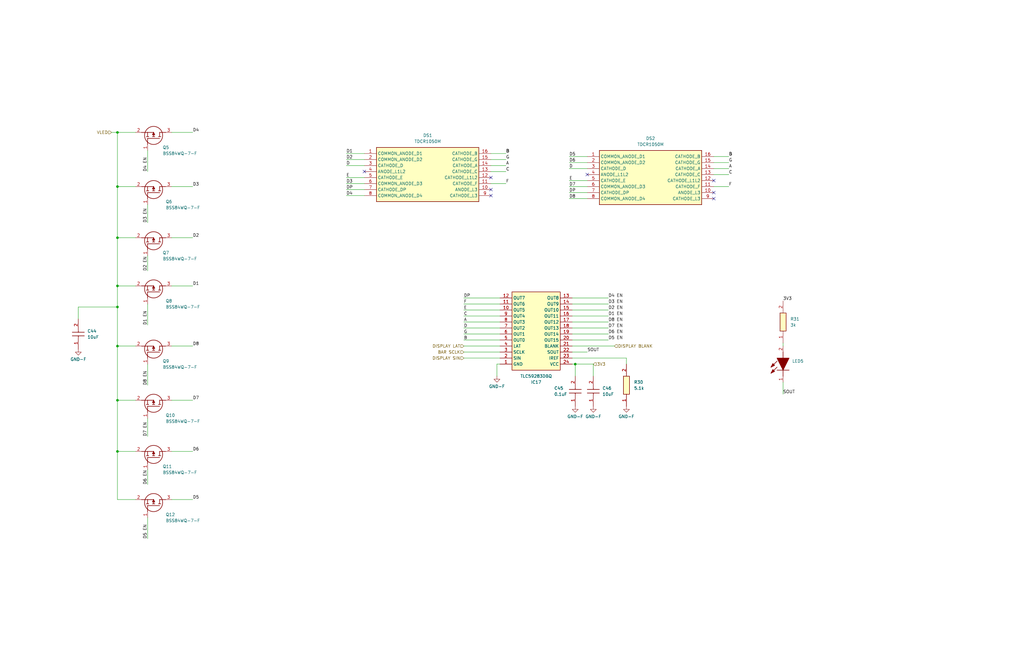
<source format=kicad_sch>
(kicad_sch (version 20231120) (generator "eeschema") (generator_version "8.0")
  (paper "B")
  (title_block (title "Audio System") (date "2025-02-06") (rev "P1") (company "Wolfe Engineering"))
  (lib_symbols
    (symbol "Audio System:150060SS75000" (pin_names hide)
      (property "Reference" "LED" (at 12.7 8.89 0))
      (property "Value" "150060SS75000" (at 12.7 6.35 0))
      (symbol "150060SS75000_1_1"
        (polyline (pts (xy 2.54 0) (xy 5.08 0)) (stroke (width 0.254)))
        (polyline (pts (xy 5.08 2.54) (xy 5.08 -2.54)) (stroke (width 0.254)))
        (polyline (pts (xy 6.35 2.54) (xy 3.81 5.08)) (stroke (width 0.254)))
        (polyline (pts (xy 8.89 2.54) (xy 6.35 5.08)) (stroke (width 0.254)))
        (polyline (pts (xy 10.16 0) (xy 12.7 0)) (stroke (width 0.254)))
        (polyline (pts (xy 5.08 0) (xy 10.16 2.54) (xy 10.16 -2.54) (xy 5.08 0)) (stroke (width 0.254)) (fill (type outline)))
        (polyline (pts (xy 5.334 4.318) (xy 4.572 3.556) (xy 3.81 5.08) (xy 5.334 4.318)) (stroke (width 0.254)) (fill (type outline)))
        (polyline (pts (xy 7.874 4.318) (xy 7.112 3.556) (xy 6.35 5.08) (xy 7.874 4.318)) (stroke (width 0.254)) (fill (type outline)))
        (pin passive line (at 0 0 0) (length 2.54) (name "K") (number "1"))
        (pin passive line (at 15.24 0 180) (length 2.54) (name "A") (number "2"))
      )
    )
    (symbol "Audio System:BSS84WQ-7-F" (pin_names hide)
      (property "Reference" "Q" (at 11.43 3.81 0))
      (property "Value" "BSS84WQ-7-F" (at 11.43 1.27 0))
      (symbol "BSS84WQ-7-F_1_1"
        (polyline (pts (xy 2.54 0) (xy 5.08 0)) (stroke (width 0.254)))
        (polyline (pts (xy 5.08 5.08) (xy 5.08 0)) (stroke (width 0.254)))
        (polyline (pts (xy 5.842 -0.508) (xy 5.842 0.508)) (stroke (width 0.254)))
        (polyline (pts (xy 5.842 0) (xy 7.62 0)) (stroke (width 0.254)))
        (polyline (pts (xy 5.842 2.032) (xy 5.842 3.048)) (stroke (width 0.254)))
        (polyline (pts (xy 5.842 5.588) (xy 5.842 4.572)) (stroke (width 0.254)))
        (polyline (pts (xy 7.62 2.54) (xy 5.842 2.54)) (stroke (width 0.254)))
        (polyline (pts (xy 7.62 2.54) (xy 7.62 -2.54)) (stroke (width 0.254)))
        (polyline (pts (xy 7.62 5.08) (xy 5.842 5.08)) (stroke (width 0.254)))
        (polyline (pts (xy 7.62 5.08) (xy 7.62 7.62)) (stroke (width 0.254)))
        (polyline (pts (xy 7.62 2.54) (xy 6.604 3.048) (xy 6.604 2.032) (xy 7.62 2.54)) (stroke (width 0.254)) (fill (type outline)))
        (circle (center 6.35 2.54) (radius 3.81) (stroke (width 0.254)))
        (pin passive line (at 0 0 0) (length 2.54) (name "G") (number "1"))
        (pin passive line (at 7.62 -5.08 90) (length 2.54) (name "S") (number "2"))
        (pin passive line (at 7.62 10.16 270) (length 2.54) (name "D") (number "3"))
      )
    )
    (symbol "Audio System:CC0603KRX7R7BB104" (pin_names hide)
      (property "Reference" "C" (at 8.89 6.35 0))
      (property "Value" "CC0603KRX7R7BB104" (at 8.89 3.81 0))
      (symbol "CC0603KRX7R7BB104_1_1"
        (polyline (pts (xy 5.08 0) (xy 5.588 0)) (stroke (width 0.254)))
        (polyline (pts (xy 5.588 2.54) (xy 5.588 -2.54)) (stroke (width 0.254)))
        (polyline (pts (xy 7.112 0) (xy 7.62 0)) (stroke (width 0.254)))
        (polyline (pts (xy 7.112 2.54) (xy 7.112 -2.54)) (stroke (width 0.254)))
        (pin passive line (at 0 0 0) (length 5.08) (name "1") (number "1"))
        (pin passive line (at 12.7 0 180) (length 5.08) (name "2") (number "2"))
      )
    )
    (symbol "Audio System:GRM21BR61C106KE15K" (pin_names hide)
      (property "Reference" "C" (at 8.89 6.35 0))
      (property "Value" "GRM21BR61C106KE15K" (at 8.89 3.81 0))
      (symbol "GRM21BR61C106KE15K_1_1"
        (polyline (pts (xy 5.08 0) (xy 5.588 0)) (stroke (width 0.254)))
        (polyline (pts (xy 5.588 2.54) (xy 5.588 -2.54)) (stroke (width 0.254)))
        (polyline (pts (xy 7.112 0) (xy 7.62 0)) (stroke (width 0.254)))
        (polyline (pts (xy 7.112 2.54) (xy 7.112 -2.54)) (stroke (width 0.254)))
        (pin passive line (at 0 0 0) (length 5.08) (name "1") (number "1"))
        (pin passive line (at 12.7 0 180) (length 5.08) (name "2") (number "2"))
      )
    )
    (symbol "Audio System:RC0603FR-073KL" (pin_names hide)
      (property "Reference" "R" (at 13.97 6.35 0))
      (property "Value" "RC0603FR-073KL" (at 13.97 3.81 0))
      (symbol "RC0603FR-073KL_1_1"
        (rectangle (start 5.08 1.27) (end 12.7 -1.27) (stroke (width 0.254)) (fill (type background)))
        (pin passive line (at 0 0 0) (length 5.08) (name "1") (number "1"))
        (pin passive line (at 17.78 0 180) (length 5.08) (name "2") (number "2"))
      )
    )
    (symbol "Audio System:RC0603FR-075K1L" (pin_names hide)
      (property "Reference" "R" (at 13.97 6.35 0))
      (property "Value" "RC0603FR-075K1L" (at 13.97 3.81 0))
      (symbol "RC0603FR-075K1L_1_1"
        (rectangle (start 5.08 1.27) (end 12.7 -1.27) (stroke (width 0.254)) (fill (type background)))
        (pin passive line (at 0 0 0) (length 5.08) (name "1") (number "1"))
        (pin passive line (at 17.78 0 180) (length 5.08) (name "2") (number "2"))
      )
    )
    (symbol "Audio System:TDCR1050M"
      (property "Reference" "DS" (at 49.53 7.62 0))
      (property "Value" "TDCR1050M" (at 49.53 5.08 0))
      (symbol "TDCR1050M_1_1"
        (rectangle (start 5.08 2.54) (end 48.26 -20.32) (stroke (width 0.254)) (fill (type background)))
        (pin passive line (at 0 0 0) (length 5.08) (name "COMMON_ANODE_D1") (number "1"))
        (pin passive line (at 53.34 -15.24 180) (length 5.08) (name "ANODE_L3") (number "10"))
        (pin passive line (at 53.34 -12.7 180) (length 5.08) (name "CATHODE_F") (number "11"))
        (pin passive line (at 53.34 -10.16 180) (length 5.08) (name "CATHODE_L1L2") (number "12"))
        (pin passive line (at 53.34 -7.62 180) (length 5.08) (name "CATHODE_C") (number "13"))
        (pin passive line (at 53.34 -5.08 180) (length 5.08) (name "CATHODE_A") (number "14"))
        (pin passive line (at 53.34 -2.54 180) (length 5.08) (name "CATHODE_G") (number "15"))
        (pin passive line (at 53.34 0 180) (length 5.08) (name "CATHODE_B") (number "16"))
        (pin passive line (at 0 -2.54 0) (length 5.08) (name "COMMON_ANODE_D2") (number "2"))
        (pin passive line (at 0 -5.08 0) (length 5.08) (name "CATHODE_D") (number "3"))
        (pin passive line (at 0 -7.62 0) (length 5.08) (name "ANODE_L1L2") (number "4"))
        (pin passive line (at 0 -10.16 0) (length 5.08) (name "CATHODE_E") (number "5"))
        (pin passive line (at 0 -12.7 0) (length 5.08) (name "COMMON_ANODE_D3") (number "6"))
        (pin passive line (at 0 -15.24 0) (length 5.08) (name "CATHODE_DP") (number "7"))
        (pin passive line (at 0 -17.78 0) (length 5.08) (name "COMMON_ANODE_D4") (number "8"))
        (pin passive line (at 53.34 -17.78 180) (length 5.08) (name "CATHODE_L3") (number "9"))
      )
    )
    (symbol "Audio System:TLC59283DBQ"
      (property "Reference" "IC" (at 26.67 7.62 0))
      (property "Value" "TLC59283DBQ" (at 26.67 5.08 0))
      (symbol "TLC59283DBQ_1_1"
        (rectangle (start 5.08 2.54) (end 25.4 -30.48) (stroke (width 0.254)) (fill (type background)))
        (pin passive line (at 0 0 0) (length 5.08) (name "GND") (number "1"))
        (pin passive line (at 0 -22.86 0) (length 5.08) (name "OUT5") (number "10"))
        (pin passive line (at 0 -25.4 0) (length 5.08) (name "OUT6") (number "11"))
        (pin passive line (at 0 -27.94 0) (length 5.08) (name "OUT7") (number "12"))
        (pin passive line (at 30.48 -27.94 180) (length 5.08) (name "OUT8") (number "13"))
        (pin passive line (at 30.48 -25.4 180) (length 5.08) (name "OUT9") (number "14"))
        (pin passive line (at 30.48 -22.86 180) (length 5.08) (name "OUT10") (number "15"))
        (pin passive line (at 30.48 -20.32 180) (length 5.08) (name "OUT11") (number "16"))
        (pin passive line (at 30.48 -17.78 180) (length 5.08) (name "OUT12") (number "17"))
        (pin passive line (at 30.48 -15.24 180) (length 5.08) (name "OUT13") (number "18"))
        (pin passive line (at 30.48 -12.7 180) (length 5.08) (name "OUT14") (number "19"))
        (pin passive line (at 0 -2.54 0) (length 5.08) (name "SIN") (number "2"))
        (pin passive line (at 30.48 -10.16 180) (length 5.08) (name "OUT15") (number "20"))
        (pin passive line (at 30.48 -7.62 180) (length 5.08) (name "BLANK") (number "21"))
        (pin passive line (at 30.48 -5.08 180) (length 5.08) (name "SOUT") (number "22"))
        (pin passive line (at 30.48 -2.54 180) (length 5.08) (name "IREF") (number "23"))
        (pin passive line (at 30.48 0 180) (length 5.08) (name "VCC") (number "24"))
        (pin passive line (at 0 -5.08 0) (length 5.08) (name "SCLK") (number "3"))
        (pin passive line (at 0 -7.62 0) (length 5.08) (name "LAT") (number "4"))
        (pin passive line (at 0 -10.16 0) (length 5.08) (name "OUT0") (number "5"))
        (pin passive line (at 0 -12.7 0) (length 5.08) (name "OUT1") (number "6"))
        (pin passive line (at 0 -15.24 0) (length 5.08) (name "OUT2") (number "7"))
        (pin passive line (at 0 -17.78 0) (length 5.08) (name "OUT3") (number "8"))
        (pin passive line (at 0 -20.32 0) (length 5.08) (name "OUT4") (number "9"))
      )
    )
    (symbol "GND_2" (power) (pin_names (offset 0))
      (property "Value" "GND" (at 0 -3.81 0))
      (symbol "GND_2_0_1"
        (polyline (pts (xy 0 0) (xy 0 -1.27) (xy 1.27 -1.27) (xy 0 -2.54) (xy -1.27 -1.27) (xy 0 -1.27)))
      )
      (symbol "GND_2_1_1"
        (pin power_in line (at 0 0 270) (length 0) hide (name "GND") (number "1"))
      )
    )
  )
  (junction (at 49.53 55.88))
  (junction (at 242.57 153.67))
  (junction (at 49.53 78.74))
  (junction (at 49.53 129.54))
  (junction (at 49.53 168.91))
  (junction (at 49.53 120.65))
  (junction (at 49.53 146.05))
  (junction (at 49.53 100.33))
  (junction (at 49.53 190.5))
  (no_connect (at 300.99 76.2))
  (no_connect (at 247.65 73.66))
  (no_connect (at 207.01 80.01))
  (no_connect (at 300.99 83.82))
  (no_connect (at 153.67 72.39))
  (no_connect (at 207.01 82.55))
  (no_connect (at 300.99 81.28))
  (no_connect (at 207.01 74.93))
  (wire (pts (xy 207.01 64.77) (xy 213.36 64.77)))
  (wire (pts (xy 241.3 133.35) (xy 256.54 133.35)))
  (wire (pts (xy 146.05 77.47) (xy 153.67 77.47)))
  (wire (pts (xy 241.3 148.59) (xy 247.65 148.59)))
  (wire (pts (xy 195.58 135.89) (xy 210.82 135.89)))
  (wire (pts (xy 242.57 153.67) (xy 242.57 158.75)))
  (wire (pts (xy 146.05 64.77) (xy 153.67 64.77)))
  (wire (pts (xy 241.3 130.81) (xy 256.54 130.81)))
  (wire (pts (xy 33.02 129.54) (xy 49.53 129.54)))
  (wire (pts (xy 146.05 74.93) (xy 153.67 74.93)))
  (wire (pts (xy 300.99 68.58) (xy 307.34 68.58)))
  (wire (pts (xy 300.99 66.04) (xy 307.34 66.04)))
  (wire (pts (xy 195.58 151.13) (xy 210.82 151.13)))
  (wire (pts (xy 207.01 72.39) (xy 213.36 72.39)))
  (wire (pts (xy 72.39 78.74) (xy 81.28 78.74)))
  (wire (pts (xy 264.16 151.13) (xy 264.16 153.67)))
  (wire (pts (xy 330.2 161.29) (xy 330.2 166.37)))
  (wire (pts (xy 62.23 137.16) (xy 62.23 128.27)))
  (wire (pts (xy 62.23 184.15) (xy 62.23 176.53)))
  (wire (pts (xy 72.39 120.65) (xy 81.28 120.65)))
  (wire (pts (xy 49.53 100.33) (xy 49.53 120.65)))
  (wire (pts (xy 241.3 151.13) (xy 264.16 151.13)))
  (wire (pts (xy 241.3 153.67) (xy 242.57 153.67)))
  (wire (pts (xy 49.53 168.91) (xy 49.53 190.5)))
  (wire (pts (xy 209.55 153.67) (xy 209.55 158.75)))
  (wire (pts (xy 49.53 100.33) (xy 57.15 100.33)))
  (wire (pts (xy 49.53 168.91) (xy 57.15 168.91)))
  (wire (pts (xy 240.03 68.58) (xy 247.65 68.58)))
  (wire (pts (xy 241.3 138.43) (xy 256.54 138.43)))
  (wire (pts (xy 49.53 190.5) (xy 57.15 190.5)))
  (wire (pts (xy 300.99 73.66) (xy 307.34 73.66)))
  (wire (pts (xy 195.58 133.35) (xy 210.82 133.35)))
  (wire (pts (xy 195.58 143.51) (xy 210.82 143.51)))
  (wire (pts (xy 207.01 77.47) (xy 213.36 77.47)))
  (wire (pts (xy 49.53 210.82) (xy 57.15 210.82)))
  (wire (pts (xy 72.39 100.33) (xy 81.28 100.33)))
  (wire (pts (xy 49.53 78.74) (xy 49.53 100.33)))
  (wire (pts (xy 49.53 78.74) (xy 57.15 78.74)))
  (wire (pts (xy 146.05 67.31) (xy 153.67 67.31)))
  (wire (pts (xy 241.3 135.89) (xy 256.54 135.89)))
  (wire (pts (xy 49.53 190.5) (xy 49.53 210.82)))
  (wire (pts (xy 241.3 125.73) (xy 256.54 125.73)))
  (wire (pts (xy 72.39 55.88) (xy 81.28 55.88)))
  (wire (pts (xy 240.03 76.2) (xy 247.65 76.2)))
  (wire (pts (xy 49.53 146.05) (xy 57.15 146.05)))
  (wire (pts (xy 241.3 143.51) (xy 256.54 143.51)))
  (wire (pts (xy 210.82 153.67) (xy 209.55 153.67)))
  (wire (pts (xy 72.39 168.91) (xy 81.28 168.91)))
  (wire (pts (xy 62.23 204.47) (xy 62.23 198.12)))
  (wire (pts (xy 207.01 67.31) (xy 213.36 67.31)))
  (wire (pts (xy 195.58 140.97) (xy 210.82 140.97)))
  (wire (pts (xy 195.58 148.59) (xy 210.82 148.59)))
  (wire (pts (xy 49.53 120.65) (xy 57.15 120.65)))
  (wire (pts (xy 146.05 82.55) (xy 153.67 82.55)))
  (wire (pts (xy 195.58 138.43) (xy 210.82 138.43)))
  (wire (pts (xy 241.3 128.27) (xy 256.54 128.27)))
  (wire (pts (xy 62.23 114.3) (xy 62.23 107.95)))
  (wire (pts (xy 72.39 190.5) (xy 81.28 190.5)))
  (wire (pts (xy 46.99 55.88) (xy 49.53 55.88)))
  (wire (pts (xy 195.58 130.81) (xy 210.82 130.81)))
  (wire (pts (xy 240.03 78.74) (xy 247.65 78.74)))
  (wire (pts (xy 62.23 93.98) (xy 62.23 86.36)))
  (wire (pts (xy 195.58 128.27) (xy 210.82 128.27)))
  (wire (pts (xy 300.99 71.12) (xy 307.34 71.12)))
  (wire (pts (xy 49.53 120.65) (xy 49.53 129.54)))
  (wire (pts (xy 250.19 158.75) (xy 250.19 153.67)))
  (wire (pts (xy 72.39 146.05) (xy 81.28 146.05)))
  (wire (pts (xy 62.23 162.56) (xy 62.23 153.67)))
  (wire (pts (xy 146.05 80.01) (xy 153.67 80.01)))
  (wire (pts (xy 62.23 227.33) (xy 62.23 218.44)))
  (wire (pts (xy 195.58 146.05) (xy 210.82 146.05)))
  (wire (pts (xy 330.2 144.78) (xy 330.2 146.05)))
  (wire (pts (xy 57.15 55.88) (xy 49.53 55.88)))
  (wire (pts (xy 241.3 146.05) (xy 259.08 146.05)))
  (wire (pts (xy 300.99 78.74) (xy 307.34 78.74)))
  (wire (pts (xy 49.53 55.88) (xy 49.53 78.74)))
  (wire (pts (xy 72.39 210.82) (xy 81.28 210.82)))
  (wire (pts (xy 33.02 134.62) (xy 33.02 129.54)))
  (wire (pts (xy 62.23 72.39) (xy 62.23 63.5)))
  (wire (pts (xy 195.58 125.73) (xy 210.82 125.73)))
  (wire (pts (xy 240.03 83.82) (xy 247.65 83.82)))
  (wire (pts (xy 241.3 140.97) (xy 256.54 140.97)))
  (wire (pts (xy 240.03 71.12) (xy 247.65 71.12)))
  (wire (pts (xy 240.03 66.04) (xy 247.65 66.04)))
  (wire (pts (xy 49.53 146.05) (xy 49.53 168.91)))
  (wire (pts (xy 207.01 69.85) (xy 213.36 69.85)))
  (wire (pts (xy 242.57 153.67) (xy 250.19 153.67)))
  (wire (pts (xy 146.05 69.85) (xy 153.67 69.85)))
  (wire (pts (xy 240.03 81.28) (xy 247.65 81.28)))
  (wire (pts (xy 49.53 129.54) (xy 49.53 146.05)))
  (label "A" (at 307.34 71.12 0))
  (label "D3 EN" (at 256.54 128.27 0))
  (label "D2 EN" (at 62.23 114.3 90))
  (label "G" (at 195.58 140.97 0))
  (label "D5 EN" (at 62.23 227.33 90))
  (label "C" (at 213.36 72.39 0))
  (label "E" (at 195.58 130.81 0))
  (label "A" (at 195.58 135.89 0))
  (label "D8" (at 81.28 146.05 0))
  (label "F" (at 213.36 77.47 0))
  (label "D4" (at 146.05 82.55 0))
  (label "E" (at 240.03 76.2 0))
  (label "D3" (at 81.28 78.74 0))
  (label "D5 EN" (at 256.54 143.51 0))
  (label "D6" (at 240.03 68.58 0))
  (label "D5" (at 240.03 66.04 0))
  (label "D1" (at 146.05 64.77 0))
  (label "D1 EN" (at 256.54 133.35 0))
  (label "D" (at 146.05 69.85 0))
  (label "DP" (at 195.58 125.73 0))
  (label "D2 EN" (at 256.54 130.81 0))
  (label "D6 EN" (at 256.54 140.97 0))
  (label "D6" (at 81.28 190.5 0))
  (label "B" (at 213.36 64.77 0))
  (label "G" (at 307.34 68.58 0))
  (label "DP" (at 240.03 81.28 0))
  (label "D1" (at 81.28 120.65 0))
  (label "G" (at 213.36 67.31 0))
  (label "E" (at 146.05 74.93 0))
  (label "D6 EN" (at 62.23 204.47 90))
  (label "D4 EN" (at 62.23 72.39 90))
  (label "D8 EN" (at 62.23 162.56 90))
  (label "D8 EN" (at 256.54 135.89 0))
  (label "F" (at 195.58 128.27 0))
  (label "D5" (at 81.28 210.82 0))
  (label "D3 EN" (at 62.23 93.98 90))
  (label "DP" (at 146.05 80.01 0))
  (label "B" (at 195.58 143.51 0))
  (label "D7 EN" (at 256.54 138.43 0))
  (label "D4 EN" (at 256.54 125.73 0))
  (label "D2" (at 81.28 100.33 0))
  (label "C" (at 307.34 73.66 0))
  (label "D3" (at 146.05 77.47 0))
  (label "B" (at 307.34 66.04 0))
  (label "3V3" (at 330.2 127 0))
  (label "SOUT" (at 247.65 148.59 0))
  (label "C" (at 195.58 133.35 0))
  (label "B" (at 213.36 64.77 0))
  (label "D7" (at 240.03 78.74 0))
  (label "D" (at 240.03 71.12 0))
  (label "F" (at 307.34 78.74 0))
  (label "D" (at 195.58 138.43 0))
  (label "D8" (at 240.03 83.82 0))
  (label "D1 EN" (at 62.23 137.16 90))
  (label "D7" (at 81.28 168.91 0))
  (label "B" (at 307.34 66.04 0))
  (label "D2" (at 146.05 67.31 0))
  (label "SOUT" (at 330.2 166.37 0))
  (label "D4" (at 81.28 55.88 0))
  (label "D7 EN" (at 62.23 184.15 90))
  (label "A" (at 213.36 69.85 0))
  (hierarchical_label "BAR SCLK" (shape input) (at 195.58 148.59 180))
  (hierarchical_label "VLED" (shape input) (at 46.99 55.88 180))
  (hierarchical_label "3V3" (shape input) (at 250.19 153.67 0))
  (hierarchical_label "DISPLAY LAT" (shape input) (at 195.58 146.05 180))
  (hierarchical_label "DISPLAY SIN" (shape input) (at 195.58 151.13 180))
  (hierarchical_label "DISPLAY BLANK" (shape input) (at 259.08 146.05 0))
  (symbol (lib_id "Audio System:BSS84WQ-7-F") (at 62.23 128.27 270) (mirror x) (unit 1)
    (property "Reference" "Q8" (at 69.85 127 90) (effects (justify left)))
    (property "Value" "BSS84WQ-7-F" (at 69.85 129.54 90) (effects (justify left)))
    (property "Footprint" "1 Audio Amp:SOT65P210X110-3N" (effects (hide yes)))
    (property "Datasheet" "https://www.diodes.com//assets/Datasheets/BSS84WQ.pdf" (effects (hide yes)))
    (property "Height" "1.1" (effects (hide yes)))
    (property "Manufacturer_Name" "Diodes Incorporated" (effects (hide yes)))
    (property "Manufacturer_Part_Number" "BSS84WQ-7-F" (effects (hide yes)))
    (property "Mouser Part Number" "621-BSS84WQ-7-F" (effects (hide yes)))
    (property "Mouser Price/Stock" "https://www.mouser.co.uk/ProductDetail/Diodes-Incorporated/BSS84WQ-7-F?qs=wtVJq%252Be05r%252B5TZHG3xVH8w%3D%3D" (effects (hide yes)))
    (property "Arrow Part Number" "BSS84WQ-7-F" (effects (hide yes)))
    (property "Arrow Price/Stock" "https://www.arrow.com/en/products/bss84wq-7-f/diodes-incorporated?region=nac" (effects (hide yes)))
  )
  (symbol (lib_id "Audio System:BSS84WQ-7-F") (at 62.23 86.36 270) (mirror x) (unit 1)
    (property "Reference" "Q6" (at 69.85 85.09 90) (effects (justify left)))
    (property "Value" "BSS84WQ-7-F" (at 69.85 87.63 90) (effects (justify left)))
    (property "Footprint" "1 Audio Amp:SOT65P210X110-3N" (effects (hide yes)))
    (property "Datasheet" "https://www.diodes.com//assets/Datasheets/BSS84WQ.pdf" (effects (hide yes)))
    (property "Height" "1.1" (effects (hide yes)))
    (property "Manufacturer_Name" "Diodes Incorporated" (effects (hide yes)))
    (property "Manufacturer_Part_Number" "BSS84WQ-7-F" (effects (hide yes)))
    (property "Mouser Part Number" "621-BSS84WQ-7-F" (effects (hide yes)))
    (property "Mouser Price/Stock" "https://www.mouser.co.uk/ProductDetail/Diodes-Incorporated/BSS84WQ-7-F?qs=wtVJq%252Be05r%252B5TZHG3xVH8w%3D%3D" (effects (hide yes)))
    (property "Arrow Part Number" "BSS84WQ-7-F" (effects (hide yes)))
    (property "Arrow Price/Stock" "https://www.arrow.com/en/products/bss84wq-7-f/diodes-incorporated?region=nac" (effects (hide yes)))
  )
  (symbol (lib_id "Audio System:TLC59283DBQ") (at 210.82 153.67 0) (mirror x) (unit 1)
    (property "Reference" "IC17" (at 226.06 161.29 0))
    (property "Value" "TLC59283DBQ" (at 226.06 158.75 0))
    (property "Footprint" "1 Audio Amp:SOP64P600X175-24N" (effects (hide yes)))
    (property "Datasheet" "https://www.ti.com/lit/ds/symlink/tlc59283.pdf?ts=1630477922356&ref_url=https%253A%252F%252Fwww.google.com%252F" (effects (hide yes)))
    (property "Height" "1.75" (effects (hide yes)))
    (property "Manufacturer_Name" "Texas Instruments" (effects (hide yes)))
    (property "Manufacturer_Part_Number" "TLC59283DBQ" (effects (hide yes)))
    (property "Mouser Part Number" "595-TLC59283DBQ" (effects (hide yes)))
    (property "Mouser Price/Stock" "https://www.mouser.co.uk/ProductDetail/Texas-Instruments/TLC59283DBQ?qs=Z9twEOuL%252B%2FKEr%2FW0CR%252BNoA%3D%3D" (effects (hide yes)))
    (property "Arrow Part Number" "TLC59283DBQ" (effects (hide yes)))
    (property "Arrow Price/Stock" "https://www.arrow.com/en/products/tlc59283dbq/texas-instruments?region=nac" (effects (hide yes)))
  )
  (symbol (lib_id "Audio System:BSS84WQ-7-F") (at 62.23 107.95 270) (mirror x) (unit 1)
    (property "Reference" "Q7" (at 68.58 106.68 90) (effects (justify left)))
    (property "Value" "BSS84WQ-7-F" (at 68.58 109.22 90) (effects (justify left)))
    (property "Footprint" "1 Audio Amp:SOT65P210X110-3N" (effects (hide yes)))
    (property "Datasheet" "https://www.diodes.com//assets/Datasheets/BSS84WQ.pdf" (effects (hide yes)))
    (property "Height" "1.1" (effects (hide yes)))
    (property "Manufacturer_Name" "Diodes Incorporated" (effects (hide yes)))
    (property "Manufacturer_Part_Number" "BSS84WQ-7-F" (effects (hide yes)))
    (property "Mouser Part Number" "621-BSS84WQ-7-F" (effects (hide yes)))
    (property "Mouser Price/Stock" "https://www.mouser.co.uk/ProductDetail/Diodes-Incorporated/BSS84WQ-7-F?qs=wtVJq%252Be05r%252B5TZHG3xVH8w%3D%3D" (effects (hide yes)))
    (property "Arrow Part Number" "BSS84WQ-7-F" (effects (hide yes)))
    (property "Arrow Price/Stock" "https://www.arrow.com/en/products/bss84wq-7-f/diodes-incorporated?region=nac" (effects (hide yes)))
  )
  (symbol (lib_id "Audio System:GRM21BR61C106KE15K") (at 250.19 171.45 90) (unit 1)
    (property "Reference" "C46" (at 254 163.83 90) (effects (justify right)))
    (property "Value" "10uF" (at 254 166.37 90) (effects (justify right)))
    (property "Footprint" "1 Audio Amp:CAPC2012X145N" (effects (hide yes)))
    (property "Datasheet" "http://www.murata.com/~/media/webrenewal/support/library/catalog/products/capacitor/mlcc/c02e.pdf" (effects (hide yes)))
    (property "Height" "1.45" (effects (hide yes)))
    (property "Manufacturer_Name" "Murata Electronics" (effects (hide yes)))
    (property "Manufacturer_Part_Number" "GRM21BR61C106KE15K" (effects (hide yes)))
    (property "Mouser Part Number" "81-GRM21BR61C106KE5K" (effects (hide yes)))
    (property "Mouser Price/Stock" "https://www.mouser.co.uk/ProductDetail/Murata-Electronics/GRM21BR61C106KE15K?qs=h0WOCFF19ULjTOS37upAEw%3D%3D" (effects (hide yes)))
    (property "Arrow Part Number" "GRM21BR61C106KE15K" (effects (hide yes)))
    (property "Arrow Price/Stock" "https://www.arrow.com/en/products/grm21br61c106ke15k/murata-manufacturing?utm_currency=USD&region=nac" (effects (hide yes)))
  )
  (symbol (lib_name "GND_2") (lib_id "power:GND") (at 209.55 158.75 0) (unit 1)
    (property "Reference" "#PWR083" (effects (hide yes)))
    (property "Value" "GND-F" (at 209.55 163.068 0))
  )
  (symbol (lib_id "Audio System:RC0603FR-075K1L") (at 264.16 171.45 90) (unit 1)
    (property "Reference" "R30" (at 267.335 161.29 90) (effects (justify right)))
    (property "Value" "5.1k" (at 267.335 163.83 90) (effects (justify right)))
    (property "Footprint" "1 Audio Amp:RESC1608X55N" (effects (hide yes)))
    (property "Datasheet" "http://www.yageo.com/documents/recent/PYu-RC0603_51_RoHS_L_v5.pdf" (effects (hide yes)))
    (property "Height" "0.55" (effects (hide yes)))
    (property "Manufacturer_Name" "KEMET" (effects (hide yes)))
    (property "Manufacturer_Part_Number" "RC0603FR-075K1L" (effects (hide yes)))
    (property "Mouser Part Number" "603-RC0603FR-075K1L" (effects (hide yes)))
    (property "Mouser Price/Stock" "https://www.mouser.co.uk/ProductDetail/YAGEO/RC0603FR-075K1L?qs=gt6vzsuosg2jUUwxnI2PJQ%3D%3D" (effects (hide yes)))
    (property "Arrow Part Number" "RC0603FR-075K1L" (effects (hide yes)))
    (property "Arrow Price/Stock" "https://www.arrow.com/en/products/rc0603fr-075k1l/yageo?region=nac" (effects (hide yes)))
  )
  (symbol (lib_id "Audio System:GRM21BR61C106KE15K") (at 33.02 147.32 90) (unit 1)
    (property "Reference" "C44" (at 36.83 139.7 90) (effects (justify right)))
    (property "Value" "10uF" (at 36.83 142.24 90) (effects (justify right)))
    (property "Footprint" "1 Audio Amp:CAPC2012X145N" (effects (hide yes)))
    (property "Datasheet" "http://www.murata.com/~/media/webrenewal/support/library/catalog/products/capacitor/mlcc/c02e.pdf" (effects (hide yes)))
    (property "Height" "1.45" (effects (hide yes)))
    (property "Manufacturer_Name" "Murata Electronics" (effects (hide yes)))
    (property "Manufacturer_Part_Number" "GRM21BR61C106KE15K" (effects (hide yes)))
    (property "Mouser Part Number" "81-GRM21BR61C106KE5K" (effects (hide yes)))
    (property "Mouser Price/Stock" "https://www.mouser.co.uk/ProductDetail/Murata-Electronics/GRM21BR61C106KE15K?qs=h0WOCFF19ULjTOS37upAEw%3D%3D" (effects (hide yes)))
    (property "Arrow Part Number" "GRM21BR61C106KE15K" (effects (hide yes)))
    (property "Arrow Price/Stock" "https://www.arrow.com/en/products/grm21br61c106ke15k/murata-manufacturing?utm_currency=USD&region=nac" (effects (hide yes)))
  )
  (symbol (lib_id "Audio System:TDCR1050M") (at 247.65 66.04 0) (unit 1)
    (property "Reference" "DS2" (at 274.32 58.42 0))
    (property "Value" "TDCR1050M" (at 274.32 60.96 0))
    (property "Footprint" "1 Audio Amp:DIPS1016W50P254L4020H725Q16N" (effects (hide yes)))
    (property "Datasheet" "https://www.vishay.com/docs/83180/tdcx10x0m.pdf" (effects (hide yes)))
    (property "Height" "7.25" (effects (hide yes)))
    (property "Manufacturer_Name" "Vishay" (effects (hide yes)))
    (property "Manufacturer_Part_Number" "TDCR1050M" (effects (hide yes)))
    (property "Mouser Part Number" "78-TDCR1050M" (effects (hide yes)))
    (property "Mouser Price/Stock" "https://www.mouser.co.uk/ProductDetail/Vishay-Semiconductors/TDCR1050M?qs=RzxYCzJDjPVEfTEFPHCLeg%3D%3D" (effects (hide yes)))
    (property "Arrow Part Number" "TDCR1050M" (effects (hide yes)))
    (property "Arrow Price/Stock" "https://www.arrow.com/en/products/tdcr1050m/vishay?region=nac" (effects (hide yes)))
  )
  (symbol (lib_id "Audio System:TDCR1050M") (at 153.67 64.77 0) (unit 1)
    (property "Reference" "DS1" (at 180.34 57.15 0))
    (property "Value" "TDCR1050M" (at 180.34 59.69 0))
    (property "Footprint" "1 Audio Amp:DIPS1016W50P254L4020H725Q16N" (effects (hide yes)))
    (property "Datasheet" "https://www.vishay.com/docs/83180/tdcx10x0m.pdf" (effects (hide yes)))
    (property "Height" "7.25" (effects (hide yes)))
    (property "Manufacturer_Name" "Vishay" (effects (hide yes)))
    (property "Manufacturer_Part_Number" "TDCR1050M" (effects (hide yes)))
    (property "Mouser Part Number" "78-TDCR1050M" (effects (hide yes)))
    (property "Mouser Price/Stock" "https://www.mouser.co.uk/ProductDetail/Vishay-Semiconductors/TDCR1050M?qs=RzxYCzJDjPVEfTEFPHCLeg%3D%3D" (effects (hide yes)))
    (property "Arrow Part Number" "TDCR1050M" (effects (hide yes)))
    (property "Arrow Price/Stock" "https://www.arrow.com/en/products/tdcr1050m/vishay?region=nac" (effects (hide yes)))
  )
  (symbol (lib_name "GND_2") (lib_id "power:GND") (at 250.19 171.45 0) (unit 1)
    (property "Reference" "#PWR085" (effects (hide yes)))
    (property "Value" "GND-F" (at 250.19 175.768 0))
  )
  (symbol (lib_id "Audio System:150060SS75000") (at 330.2 161.29 90) (unit 1)
    (property "Reference" "LED5" (at 334.01 152.4 90) (effects (justify right)))
    (property "Value" "150060SS75000" (effects (hide yes)))
    (property "Footprint" "1 Audio Amp:LEDC1608X80N" (effects (hide yes)))
    (property "Height" "0.8" (effects (hide yes)))
    (property "Manufacturer_Name" "Wurth Elektronik" (effects (hide yes)))
    (property "Manufacturer_Part_Number" "150060SS75000" (effects (hide yes)))
    (property "Mouser Part Number" "710-150060SS75000" (effects (hide yes)))
    (property "Mouser Price/Stock" "https://www.mouser.co.uk/ProductDetail/Wurth-Elektronik/150060SS75000?qs=LlUlMxKIyB0oQaxwspeTEA%3D%3D" (effects (hide yes)))
  )
  (symbol (lib_name "GND_2") (lib_id "power:GND") (at 242.57 171.45 0) (unit 1)
    (property "Reference" "#PWR084" (effects (hide yes)))
    (property "Value" "GND-F" (at 242.57 175.768 0))
  )
  (symbol (lib_name "GND_2") (lib_id "power:GND") (at 33.02 147.32 0) (unit 1)
    (property "Reference" "#PWR082" (effects (hide yes)))
    (property "Value" "GND-F" (at 33.02 151.638 0))
  )
  (symbol (lib_id "Audio System:BSS84WQ-7-F") (at 62.23 153.67 270) (mirror x) (unit 1)
    (property "Reference" "Q9" (at 68.58 152.4 90) (effects (justify left)))
    (property "Value" "BSS84WQ-7-F" (at 68.58 154.94 90) (effects (justify left)))
    (property "Footprint" "1 Audio Amp:SOT65P210X110-3N" (effects (hide yes)))
    (property "Datasheet" "https://www.diodes.com//assets/Datasheets/BSS84WQ.pdf" (effects (hide yes)))
    (property "Height" "1.1" (effects (hide yes)))
    (property "Manufacturer_Name" "Diodes Incorporated" (effects (hide yes)))
    (property "Manufacturer_Part_Number" "BSS84WQ-7-F" (effects (hide yes)))
    (property "Mouser Part Number" "621-BSS84WQ-7-F" (effects (hide yes)))
    (property "Mouser Price/Stock" "https://www.mouser.co.uk/ProductDetail/Diodes-Incorporated/BSS84WQ-7-F?qs=wtVJq%252Be05r%252B5TZHG3xVH8w%3D%3D" (effects (hide yes)))
    (property "Arrow Part Number" "BSS84WQ-7-F" (effects (hide yes)))
    (property "Arrow Price/Stock" "https://www.arrow.com/en/products/bss84wq-7-f/diodes-incorporated?region=nac" (effects (hide yes)))
  )
  (symbol (lib_id "Audio System:BSS84WQ-7-F") (at 62.23 63.5 270) (mirror x) (unit 1)
    (property "Reference" "Q5" (at 68.58 62.23 90) (effects (justify left)))
    (property "Value" "BSS84WQ-7-F" (at 68.58 64.77 90) (effects (justify left)))
    (property "Footprint" "1 Audio Amp:SOT65P210X110-3N" (effects (hide yes)))
    (property "Datasheet" "https://www.diodes.com//assets/Datasheets/BSS84WQ.pdf" (effects (hide yes)))
    (property "Height" "1.1" (effects (hide yes)))
    (property "Manufacturer_Name" "Diodes Incorporated" (effects (hide yes)))
    (property "Manufacturer_Part_Number" "BSS84WQ-7-F" (effects (hide yes)))
    (property "Mouser Part Number" "621-BSS84WQ-7-F" (effects (hide yes)))
    (property "Mouser Price/Stock" "https://www.mouser.co.uk/ProductDetail/Diodes-Incorporated/BSS84WQ-7-F?qs=wtVJq%252Be05r%252B5TZHG3xVH8w%3D%3D" (effects (hide yes)))
    (property "Arrow Part Number" "BSS84WQ-7-F" (effects (hide yes)))
    (property "Arrow Price/Stock" "https://www.arrow.com/en/products/bss84wq-7-f/diodes-incorporated?region=nac" (effects (hide yes)))
  )
  (symbol (lib_id "Audio System:RC0603FR-073KL") (at 330.2 144.78 90) (unit 1)
    (property "Reference" "R31" (at 333.248 134.62 90) (effects (justify right)))
    (property "Value" "3k" (at 333.248 137.16 90) (effects (justify right)))
    (property "Footprint" "1 Audio Amp:RESC1608X55N" (effects (hide yes)))
    (property "Datasheet" "http://www.yageo.com/documents/recent/PYu-RC0603_51_RoHS_L_v5.pdf" (effects (hide yes)))
    (property "Height" "0.55" (effects (hide yes)))
    (property "Manufacturer_Name" "KEMET" (effects (hide yes)))
    (property "Manufacturer_Part_Number" "RC0603FR-073KL" (effects (hide yes)))
    (property "Mouser Part Number" "603-RC0603FR-073KL" (effects (hide yes)))
    (property "Mouser Price/Stock" "https://www.mouser.co.uk/ProductDetail/YAGEO/RC0603FR-073KL?qs=gt6vzsuosg28N5hJbu0EKA%3D%3D" (effects (hide yes)))
  )
  (symbol (lib_id "Audio System:BSS84WQ-7-F") (at 62.23 198.12 270) (mirror x) (unit 1)
    (property "Reference" "Q11" (at 68.58 196.85 90) (effects (justify left)))
    (property "Value" "BSS84WQ-7-F" (at 68.58 199.39 90) (effects (justify left)))
    (property "Footprint" "1 Audio Amp:SOT65P210X110-3N" (effects (hide yes)))
    (property "Datasheet" "https://www.diodes.com//assets/Datasheets/BSS84WQ.pdf" (effects (hide yes)))
    (property "Height" "1.1" (effects (hide yes)))
    (property "Manufacturer_Name" "Diodes Incorporated" (effects (hide yes)))
    (property "Manufacturer_Part_Number" "BSS84WQ-7-F" (effects (hide yes)))
    (property "Mouser Part Number" "621-BSS84WQ-7-F" (effects (hide yes)))
    (property "Mouser Price/Stock" "https://www.mouser.co.uk/ProductDetail/Diodes-Incorporated/BSS84WQ-7-F?qs=wtVJq%252Be05r%252B5TZHG3xVH8w%3D%3D" (effects (hide yes)))
    (property "Arrow Part Number" "BSS84WQ-7-F" (effects (hide yes)))
    (property "Arrow Price/Stock" "https://www.arrow.com/en/products/bss84wq-7-f/diodes-incorporated?region=nac" (effects (hide yes)))
  )
  (symbol (lib_name "GND_2") (lib_id "power:GND") (at 264.16 171.45 0) (unit 1)
    (property "Reference" "#PWR086" (effects (hide yes)))
    (property "Value" "GND-F" (at 264.16 175.768 0))
  )
  (symbol (lib_id "Audio System:CC0603KRX7R7BB104") (at 242.57 171.45 90) (unit 1)
    (property "Reference" "C45" (at 233.68 163.83 90) (effects (justify right)))
    (property "Value" "0.1uF" (at 233.68 166.37 90) (effects (justify right)))
    (property "Footprint" "1 Audio Amp:CAPC1608X90N" (effects (hide yes)))
    (property "Datasheet" "https://www.yageo.com/en/Chart/Download/pdf/CC0603KRX7R7BB104" (effects (hide yes)))
    (property "Height" "0.9" (effects (hide yes)))
    (property "Manufacturer_Name" "YAGEO" (effects (hide yes)))
    (property "Manufacturer_Part_Number" "CC0603KRX7R7BB104" (effects (hide yes)))
    (property "Mouser Part Number" "603-CC603KRX7R7BB104" (effects (hide yes)))
    (property "Mouser Price/Stock" "https://www.mouser.co.uk/ProductDetail/YAGEO/CC0603KRX7R7BB104?qs=AgBp2OyFlx8KPmNTlFoWXA%3D%3D" (effects (hide yes)))
    (property "Arrow Part Number" "CC0603KRX7R7BB104" (effects (hide yes)))
    (property "Arrow Price/Stock" "https://www.arrow.com/en/products/cc0603krx7r7bb104/yageo?region=europe" (effects (hide yes)))
  )
  (symbol (lib_id "Audio System:BSS84WQ-7-F") (at 62.23 218.44 270) (mirror x) (unit 1)
    (property "Reference" "Q12" (at 69.85 217.17 90) (effects (justify left)))
    (property "Value" "BSS84WQ-7-F" (at 69.85 219.71 90) (effects (justify left)))
    (property "Footprint" "1 Audio Amp:SOT65P210X110-3N" (effects (hide yes)))
    (property "Datasheet" "https://www.diodes.com//assets/Datasheets/BSS84WQ.pdf" (effects (hide yes)))
    (property "Height" "1.1" (effects (hide yes)))
    (property "Manufacturer_Name" "Diodes Incorporated" (effects (hide yes)))
    (property "Manufacturer_Part_Number" "BSS84WQ-7-F" (effects (hide yes)))
    (property "Mouser Part Number" "621-BSS84WQ-7-F" (effects (hide yes)))
    (property "Mouser Price/Stock" "https://www.mouser.co.uk/ProductDetail/Diodes-Incorporated/BSS84WQ-7-F?qs=wtVJq%252Be05r%252B5TZHG3xVH8w%3D%3D" (effects (hide yes)))
    (property "Arrow Part Number" "BSS84WQ-7-F" (effects (hide yes)))
    (property "Arrow Price/Stock" "https://www.arrow.com/en/products/bss84wq-7-f/diodes-incorporated?region=nac" (effects (hide yes)))
  )
  (symbol (lib_id "Audio System:BSS84WQ-7-F") (at 62.23 176.53 270) (mirror x) (unit 1)
    (property "Reference" "Q10" (at 69.85 175.26 90) (effects (justify left)))
    (property "Value" "BSS84WQ-7-F" (at 69.85 177.8 90) (effects (justify left)))
    (property "Footprint" "1 Audio Amp:SOT65P210X110-3N" (effects (hide yes)))
    (property "Datasheet" "https://www.diodes.com//assets/Datasheets/BSS84WQ.pdf" (effects (hide yes)))
    (property "Height" "1.1" (effects (hide yes)))
    (property "Manufacturer_Name" "Diodes Incorporated" (effects (hide yes)))
    (property "Manufacturer_Part_Number" "BSS84WQ-7-F" (effects (hide yes)))
    (property "Mouser Part Number" "621-BSS84WQ-7-F" (effects (hide yes)))
    (property "Mouser Price/Stock" "https://www.mouser.co.uk/ProductDetail/Diodes-Incorporated/BSS84WQ-7-F?qs=wtVJq%252Be05r%252B5TZHG3xVH8w%3D%3D" (effects (hide yes)))
    (property "Arrow Part Number" "BSS84WQ-7-F" (effects (hide yes)))
    (property "Arrow Price/Stock" "https://www.arrow.com/en/products/bss84wq-7-f/diodes-incorporated?region=nac" (effects (hide yes)))
  )
)
</source>
